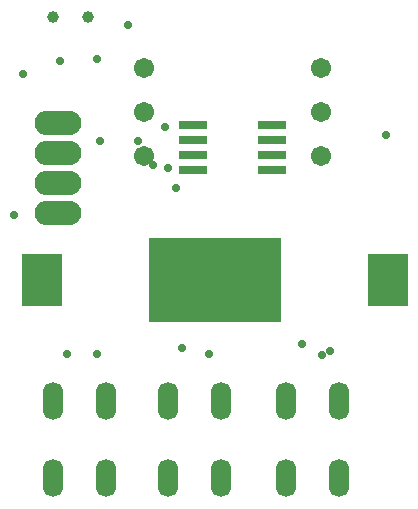
<source format=gbs>
%FSTAX23Y23*%
%MOIN*%
%SFA1B1*%

%IPPOS*%
%AMD39*
4,1,8,-0.033500,0.000000,-0.033500,0.000000,0.000000,-0.033500,0.000000,-0.033500,0.033500,0.000000,0.033500,0.000000,0.000000,0.033500,0.000000,0.033500,-0.033500,0.000000,0.0*
1,1,0.067063,0.000000,0.000000*
1,1,0.067063,0.000000,0.000000*
1,1,0.067063,0.000000,0.000000*
1,1,0.067063,0.000000,0.000000*
%
%AMD40*
4,1,8,0.000000,-0.033500,0.000000,-0.033500,0.033500,0.000000,0.033500,0.000000,0.000000,0.033500,0.000000,0.033500,-0.033500,0.000000,-0.033500,0.000000,0.000000,-0.033500,0.0*
1,1,0.067063,0.000000,0.000000*
1,1,0.067063,0.000000,0.000000*
1,1,0.067063,0.000000,0.000000*
1,1,0.067063,0.000000,0.000000*
%
%ADD19O,0.156000X0.082000*%
%ADD20C,0.039500*%
%ADD21O,0.067055X0.126110*%
%ADD22C,0.027685*%
G04~CAMADD=39~8~0.0~0.0~670.6~670.6~335.3~0.0~15~0.0~0.0~0.0~0.0~0~0.0~0.0~0.0~0.0~0~0.0~0.0~0.0~90.0~670.0~669.0*
%ADD39D39*%
G04~CAMADD=40~8~0.0~0.0~670.6~670.6~335.3~0.0~15~0.0~0.0~0.0~0.0~0~0.0~0.0~0.0~0.0~0~0.0~0.0~0.0~180.0~670.0~669.0*
%ADD40D40*%
%ADD41R,0.133980X0.173350*%
%ADD42R,0.441070X0.283590*%
%ADD43R,0.098000X0.031622*%
%LNpcb1-1*%
%LPD*%
G54D19*
X00255Y0104D03*
Y0114D03*
Y0124D03*
Y0134D03*
G54D20*
X00236Y01692D03*
X00354D03*
G54D21*
X00797Y00413D03*
Y00157D03*
X0062Y00413D03*
Y00157D03*
X00236D03*
Y00413D03*
X00413Y00157D03*
Y00413D03*
X0119D03*
Y00157D03*
X01013Y00413D03*
Y00157D03*
G54D22*
X00137Y01505D03*
X0062Y0119D03*
X00649Y01122D03*
X01068Y00604D03*
X00521Y01279D03*
X00393D03*
X00669Y0059D03*
X00285Y0057D03*
X00108Y01033D03*
X0057Y012D03*
X00486Y01667D03*
X01348Y01299D03*
X0061Y01328D03*
X00262Y01548D03*
X00383Y0057D03*
X00757D03*
X01135Y00566D03*
X01161Y0058D03*
X00383Y01555D03*
G54D39*
X01131Y01377D03*
X00541Y01525D03*
Y01377D03*
Y0123D03*
X01131Y01525D03*
G54D40*
X01131Y0123D03*
G54D41*
X01354Y00816D03*
X002D03*
G54D42*
X00777Y00816D03*
G54D43*
X00705Y01184D03*
Y01234D03*
Y01334D03*
X00967Y01184D03*
Y01234D03*
Y01334D03*
X00705Y01284D03*
X00967D03*
M02*
</source>
